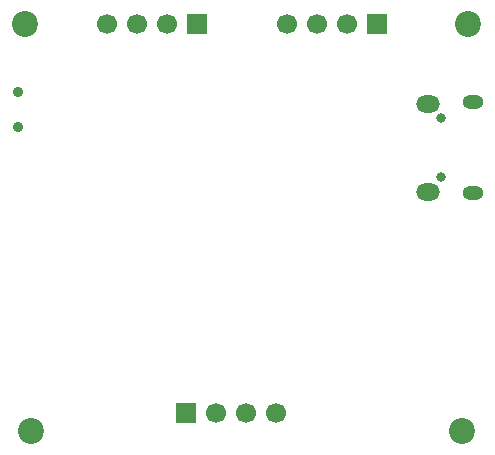
<source format=gbr>
%TF.GenerationSoftware,KiCad,Pcbnew,9.0.6*%
%TF.CreationDate,2026-02-08T19:37:56+05:30*%
%TF.ProjectId,stm32,73746d33-322e-46b6-9963-61645f706362,rev?*%
%TF.SameCoordinates,Original*%
%TF.FileFunction,Soldermask,Bot*%
%TF.FilePolarity,Negative*%
%FSLAX46Y46*%
G04 Gerber Fmt 4.6, Leading zero omitted, Abs format (unit mm)*
G04 Created by KiCad (PCBNEW 9.0.6) date 2026-02-08 19:37:56*
%MOMM*%
%LPD*%
G01*
G04 APERTURE LIST*
%ADD10C,2.200000*%
%ADD11O,0.800000X0.800000*%
%ADD12O,1.800000X1.150000*%
%ADD13O,2.000000X1.450000*%
%ADD14C,0.900000*%
%ADD15R,1.700000X1.700000*%
%ADD16C,1.700000*%
G04 APERTURE END LIST*
D10*
%TO.C,H3*%
X131500000Y-94000000D03*
%TD*%
D11*
%TO.C,J4*%
X129700000Y-72500000D03*
X129700000Y-67500000D03*
D12*
X132450000Y-73875000D03*
D13*
X128650000Y-73725000D03*
X128650000Y-66275000D03*
D12*
X132450000Y-66125000D03*
%TD*%
D10*
%TO.C,H4*%
X132000000Y-59500000D03*
%TD*%
D14*
%TO.C,SW1*%
X93920000Y-65250000D03*
X93920000Y-68250000D03*
%TD*%
D10*
%TO.C,H2*%
X95000000Y-94000000D03*
%TD*%
%TO.C,H1*%
X94500000Y-59500000D03*
%TD*%
D15*
%TO.C,J3*%
X124310000Y-59500000D03*
D16*
X121770000Y-59500000D03*
X119230000Y-59500000D03*
X116690000Y-59500000D03*
%TD*%
D15*
%TO.C,J1*%
X108170000Y-92500000D03*
D16*
X110710000Y-92500000D03*
X113250000Y-92500000D03*
X115790000Y-92500000D03*
%TD*%
D15*
%TO.C,J2*%
X109040000Y-59500000D03*
D16*
X106500000Y-59500000D03*
X103960000Y-59500000D03*
X101420000Y-59500000D03*
%TD*%
M02*

</source>
